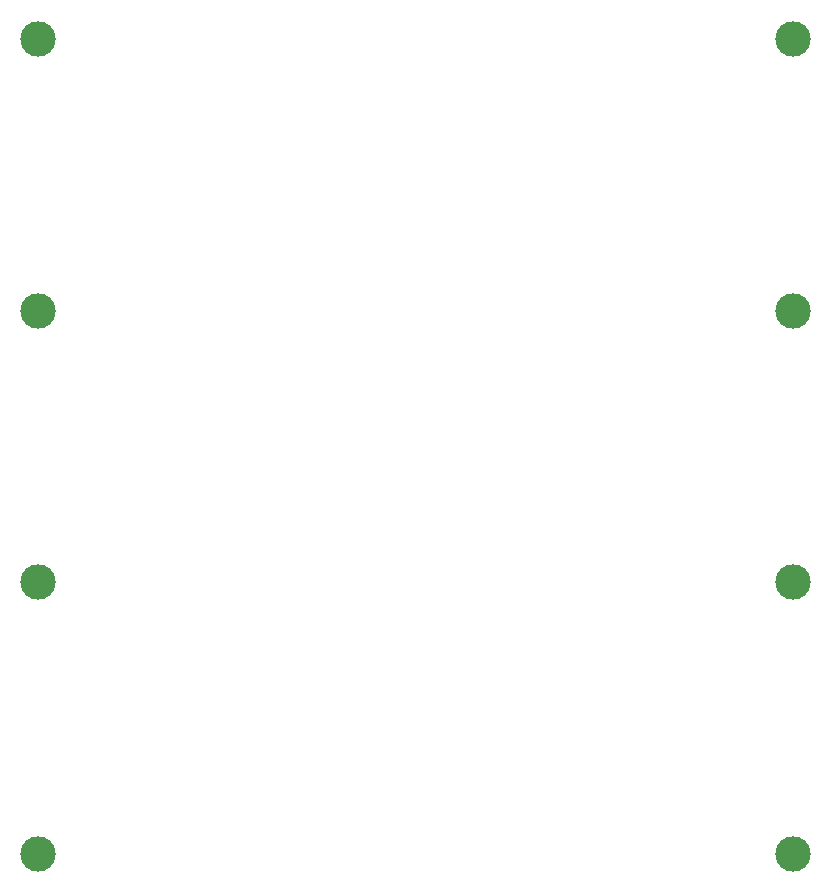
<source format=gbr>
%TF.GenerationSoftware,KiCad,Pcbnew,9.0.0-rc3*%
%TF.CreationDate,2025-06-30T09:22:31-05:00*%
%TF.ProjectId,pv_panel,70765f70-616e-4656-9c2e-6b696361645f,rev?*%
%TF.SameCoordinates,Original*%
%TF.FileFunction,Paste,Top*%
%TF.FilePolarity,Positive*%
%FSLAX46Y46*%
G04 Gerber Fmt 4.6, Leading zero omitted, Abs format (unit mm)*
G04 Created by KiCad (PCBNEW 9.0.0-rc3) date 2025-06-30 09:22:31*
%MOMM*%
%LPD*%
G01*
G04 APERTURE LIST*
%ADD10C,3.000000*%
G04 APERTURE END LIST*
D10*
%TO.C,PV1*%
X178600000Y-53400000D03*
X114600000Y-53400000D03*
%TD*%
%TO.C,PV4*%
X178600000Y-122400000D03*
X114600000Y-122400000D03*
%TD*%
%TO.C,PV3*%
X114600000Y-99400000D03*
X178600000Y-99400000D03*
%TD*%
%TO.C,VP2*%
X178600000Y-76400000D03*
X114600000Y-76400000D03*
%TD*%
M02*

</source>
